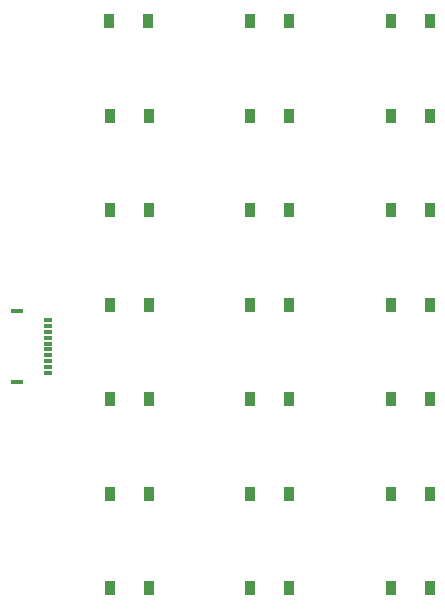
<source format=gbr>
%TF.GenerationSoftware,KiCad,Pcbnew,(6.0.4)*%
%TF.CreationDate,2022-10-14T21:25:15-05:00*%
%TF.ProjectId,KeyPad,4b657950-6164-42e6-9b69-6361645f7063,rev?*%
%TF.SameCoordinates,Original*%
%TF.FileFunction,Paste,Bot*%
%TF.FilePolarity,Positive*%
%FSLAX46Y46*%
G04 Gerber Fmt 4.6, Leading zero omitted, Abs format (unit mm)*
G04 Created by KiCad (PCBNEW (6.0.4)) date 2022-10-14 21:25:15*
%MOMM*%
%LPD*%
G01*
G04 APERTURE LIST*
%ADD10R,0.900000X1.200000*%
%ADD11R,0.700000X0.300000*%
%ADD12R,1.000000X0.300000*%
G04 APERTURE END LIST*
D10*
%TO.C,D14*%
X153050000Y-124000000D03*
X156350000Y-124000000D03*
%TD*%
%TO.C,D5*%
X141150000Y-108000000D03*
X144450000Y-108000000D03*
%TD*%
%TO.C,D9*%
X153050000Y-84000000D03*
X156350000Y-84000000D03*
%TD*%
%TO.C,D3*%
X141150000Y-92000000D03*
X144450000Y-92000000D03*
%TD*%
%TO.C,D10*%
X153050000Y-92000000D03*
X156350000Y-92000000D03*
%TD*%
%TO.C,D12*%
X153050000Y-108000000D03*
X156350000Y-108000000D03*
%TD*%
%TO.C,D17*%
X164950000Y-92000000D03*
X168250000Y-92000000D03*
%TD*%
%TO.C,D19*%
X164950000Y-108000000D03*
X168250000Y-108000000D03*
%TD*%
%TO.C,D13*%
X153050000Y-116000000D03*
X156350000Y-116000000D03*
%TD*%
%TO.C,D21*%
X164950000Y-124000000D03*
X168250000Y-124000000D03*
%TD*%
%TO.C,D6*%
X141150000Y-116000000D03*
X144450000Y-116000000D03*
%TD*%
%TO.C,D18*%
X164950000Y-100000000D03*
X168250000Y-100000000D03*
%TD*%
%TO.C,D1*%
X141140000Y-75990000D03*
X144440000Y-75990000D03*
%TD*%
%TO.C,D11*%
X153050000Y-100000000D03*
X156350000Y-100000000D03*
%TD*%
%TO.C,D4*%
X141150000Y-100000000D03*
X144450000Y-100000000D03*
%TD*%
%TO.C,D7*%
X141150000Y-124000000D03*
X144450000Y-124000000D03*
%TD*%
%TO.C,D16*%
X164950000Y-84000000D03*
X168250000Y-84000000D03*
%TD*%
%TO.C,D8*%
X153040000Y-76000000D03*
X156340000Y-76000000D03*
%TD*%
%TO.C,D20*%
X164940000Y-116000000D03*
X168240000Y-116000000D03*
%TD*%
%TO.C,D2*%
X141150000Y-84000000D03*
X144450000Y-84000000D03*
%TD*%
D11*
%TO.C,J1*%
X135920000Y-105770000D03*
X135920000Y-105270000D03*
X135920000Y-104770000D03*
X135920000Y-104270000D03*
X135920000Y-103770000D03*
X135920000Y-103270000D03*
X135920000Y-102770000D03*
X135920000Y-102270000D03*
X135920000Y-101770000D03*
X135920000Y-101270000D03*
D12*
X133270000Y-106560000D03*
X133270000Y-100480000D03*
%TD*%
D10*
%TO.C,D15*%
X164940000Y-76000000D03*
X168240000Y-76000000D03*
%TD*%
M02*

</source>
